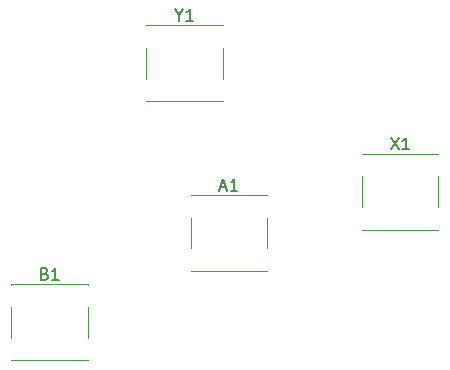
<source format=gbr>
%TF.GenerationSoftware,KiCad,Pcbnew,8.0.2*%
%TF.CreationDate,2024-08-31T13:36:28-07:00*%
%TF.ProjectId,GCU-ADU,4743552d-4144-4552-9e6b-696361645f70,rev?*%
%TF.SameCoordinates,Original*%
%TF.FileFunction,Legend,Top*%
%TF.FilePolarity,Positive*%
%FSLAX46Y46*%
G04 Gerber Fmt 4.6, Leading zero omitted, Abs format (unit mm)*
G04 Created by KiCad (PCBNEW 8.0.2) date 2024-08-31 13:36:28*
%MOMM*%
%LPD*%
G01*
G04 APERTURE LIST*
%ADD10C,0.150000*%
%ADD11C,0.120000*%
G04 APERTURE END LIST*
D10*
X100556684Y-49882854D02*
X100556684Y-50359045D01*
X100223351Y-49359045D02*
X100556684Y-49882854D01*
X100556684Y-49882854D02*
X100890017Y-49359045D01*
X101747160Y-50359045D02*
X101175732Y-50359045D01*
X101461446Y-50359045D02*
X101461446Y-49359045D01*
X101461446Y-49359045D02*
X101366208Y-49501902D01*
X101366208Y-49501902D02*
X101270970Y-49597140D01*
X101270970Y-49597140D02*
X101175732Y-49644759D01*
X118478436Y-60240421D02*
X119145102Y-61240421D01*
X119145102Y-60240421D02*
X118478436Y-61240421D01*
X120049864Y-61240421D02*
X119478436Y-61240421D01*
X119764150Y-61240421D02*
X119764150Y-60240421D01*
X119764150Y-60240421D02*
X119668912Y-60383278D01*
X119668912Y-60383278D02*
X119573674Y-60478516D01*
X119573674Y-60478516D02*
X119478436Y-60526135D01*
X89193894Y-71765149D02*
X89336751Y-71812768D01*
X89336751Y-71812768D02*
X89384370Y-71860387D01*
X89384370Y-71860387D02*
X89431989Y-71955625D01*
X89431989Y-71955625D02*
X89431989Y-72098482D01*
X89431989Y-72098482D02*
X89384370Y-72193720D01*
X89384370Y-72193720D02*
X89336751Y-72241340D01*
X89336751Y-72241340D02*
X89241513Y-72288959D01*
X89241513Y-72288959D02*
X88860561Y-72288959D01*
X88860561Y-72288959D02*
X88860561Y-71288959D01*
X88860561Y-71288959D02*
X89193894Y-71288959D01*
X89193894Y-71288959D02*
X89289132Y-71336578D01*
X89289132Y-71336578D02*
X89336751Y-71384197D01*
X89336751Y-71384197D02*
X89384370Y-71479435D01*
X89384370Y-71479435D02*
X89384370Y-71574673D01*
X89384370Y-71574673D02*
X89336751Y-71669911D01*
X89336751Y-71669911D02*
X89289132Y-71717530D01*
X89289132Y-71717530D02*
X89193894Y-71765149D01*
X89193894Y-71765149D02*
X88860561Y-71765149D01*
X90384370Y-72288959D02*
X89812942Y-72288959D01*
X90098656Y-72288959D02*
X90098656Y-71288959D01*
X90098656Y-71288959D02*
X90003418Y-71431816D01*
X90003418Y-71431816D02*
X89908180Y-71527054D01*
X89908180Y-71527054D02*
X89812942Y-71574673D01*
X104060714Y-64445104D02*
X104536904Y-64445104D01*
X103965476Y-64730819D02*
X104298809Y-63730819D01*
X104298809Y-63730819D02*
X104632142Y-64730819D01*
X105489285Y-64730819D02*
X104917857Y-64730819D01*
X105203571Y-64730819D02*
X105203571Y-63730819D01*
X105203571Y-63730819D02*
X105108333Y-63873676D01*
X105108333Y-63873676D02*
X105013095Y-63968914D01*
X105013095Y-63968914D02*
X104917857Y-64016533D01*
D11*
%TO.C,Y1*%
X97802875Y-50724226D02*
X104262875Y-50724226D01*
X97802875Y-50754226D02*
X97802875Y-50724226D01*
X97802875Y-52654226D02*
X97802875Y-55254226D01*
X97802875Y-57184226D02*
X97802875Y-57154226D01*
X97802875Y-57184226D02*
X104262875Y-57184226D01*
X104262875Y-50724226D02*
X104262875Y-50754226D01*
X104262875Y-52654226D02*
X104262875Y-55254226D01*
X104262875Y-57184226D02*
X104262875Y-57154226D01*
%TO.C,X1*%
X116057960Y-61605602D02*
X122517960Y-61605602D01*
X116057960Y-61635602D02*
X116057960Y-61605602D01*
X116057960Y-63535602D02*
X116057960Y-66135602D01*
X116057960Y-68065602D02*
X116057960Y-68035602D01*
X116057960Y-68065602D02*
X122517960Y-68065602D01*
X122517960Y-61605602D02*
X122517960Y-61635602D01*
X122517960Y-63535602D02*
X122517960Y-66135602D01*
X122517960Y-68065602D02*
X122517960Y-68035602D01*
%TO.C,B1*%
X86368656Y-72654140D02*
X92828656Y-72654140D01*
X86368656Y-72684140D02*
X86368656Y-72654140D01*
X86368656Y-74584140D02*
X86368656Y-77184140D01*
X86368656Y-79114140D02*
X86368656Y-79084140D01*
X86368656Y-79114140D02*
X92828656Y-79114140D01*
X92828656Y-72654140D02*
X92828656Y-72684140D01*
X92828656Y-74584140D02*
X92828656Y-77184140D01*
X92828656Y-79114140D02*
X92828656Y-79084140D01*
%TO.C,A1*%
X101545000Y-65096000D02*
X108005000Y-65096000D01*
X101545000Y-65126000D02*
X101545000Y-65096000D01*
X101545000Y-67026000D02*
X101545000Y-69626000D01*
X101545000Y-71556000D02*
X101545000Y-71526000D01*
X101545000Y-71556000D02*
X108005000Y-71556000D01*
X108005000Y-65096000D02*
X108005000Y-65126000D01*
X108005000Y-67026000D02*
X108005000Y-69626000D01*
X108005000Y-71556000D02*
X108005000Y-71526000D01*
%TD*%
M02*

</source>
